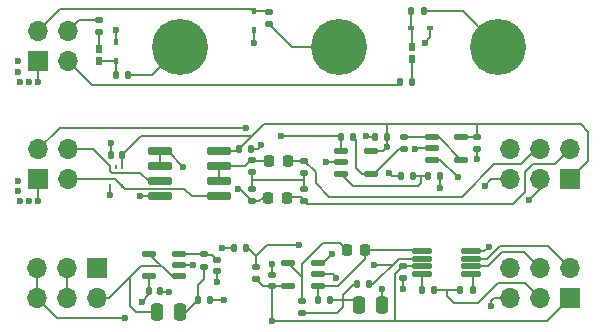
<source format=gbr>
%TF.GenerationSoftware,KiCad,Pcbnew,8.0.6*%
%TF.CreationDate,2024-11-24T15:25:33+01:00*%
%TF.ProjectId,EMG_amplifier,454d475f-616d-4706-9c69-666965722e6b,rev?*%
%TF.SameCoordinates,Original*%
%TF.FileFunction,Copper,L1,Top*%
%TF.FilePolarity,Positive*%
%FSLAX46Y46*%
G04 Gerber Fmt 4.6, Leading zero omitted, Abs format (unit mm)*
G04 Created by KiCad (PCBNEW 8.0.6) date 2024-11-24 15:25:33*
%MOMM*%
%LPD*%
G01*
G04 APERTURE LIST*
G04 Aperture macros list*
%AMRoundRect*
0 Rectangle with rounded corners*
0 $1 Rounding radius*
0 $2 $3 $4 $5 $6 $7 $8 $9 X,Y pos of 4 corners*
0 Add a 4 corners polygon primitive as box body*
4,1,4,$2,$3,$4,$5,$6,$7,$8,$9,$2,$3,0*
0 Add four circle primitives for the rounded corners*
1,1,$1+$1,$2,$3*
1,1,$1+$1,$4,$5*
1,1,$1+$1,$6,$7*
1,1,$1+$1,$8,$9*
0 Add four rect primitives between the rounded corners*
20,1,$1+$1,$2,$3,$4,$5,0*
20,1,$1+$1,$4,$5,$6,$7,0*
20,1,$1+$1,$6,$7,$8,$9,0*
20,1,$1+$1,$8,$9,$2,$3,0*%
G04 Aperture macros list end*
%TA.AperFunction,ComponentPad*%
%ADD10R,1.700000X1.700000*%
%TD*%
%TA.AperFunction,ComponentPad*%
%ADD11O,1.700000X1.700000*%
%TD*%
%TA.AperFunction,SMDPad,CuDef*%
%ADD12RoundRect,0.135000X0.185000X-0.135000X0.185000X0.135000X-0.185000X0.135000X-0.185000X-0.135000X0*%
%TD*%
%TA.AperFunction,SMDPad,CuDef*%
%ADD13RoundRect,0.135000X0.135000X0.185000X-0.135000X0.185000X-0.135000X-0.185000X0.135000X-0.185000X0*%
%TD*%
%TA.AperFunction,SMDPad,CuDef*%
%ADD14RoundRect,0.225000X-0.225000X-0.250000X0.225000X-0.250000X0.225000X0.250000X-0.225000X0.250000X0*%
%TD*%
%TA.AperFunction,SMDPad,CuDef*%
%ADD15R,0.355600X0.508000*%
%TD*%
%TA.AperFunction,SMDPad,CuDef*%
%ADD16RoundRect,0.140000X-0.140000X-0.170000X0.140000X-0.170000X0.140000X0.170000X-0.140000X0.170000X0*%
%TD*%
%TA.AperFunction,SMDPad,CuDef*%
%ADD17RoundRect,0.147500X0.457500X0.147500X-0.457500X0.147500X-0.457500X-0.147500X0.457500X-0.147500X0*%
%TD*%
%TA.AperFunction,SMDPad,CuDef*%
%ADD18RoundRect,0.135000X-0.135000X-0.185000X0.135000X-0.185000X0.135000X0.185000X-0.135000X0.185000X0*%
%TD*%
%TA.AperFunction,SMDPad,CuDef*%
%ADD19R,0.204000X0.353200*%
%TD*%
%TA.AperFunction,SMDPad,CuDef*%
%ADD20RoundRect,0.140000X0.170000X-0.140000X0.170000X0.140000X-0.170000X0.140000X-0.170000X-0.140000X0*%
%TD*%
%TA.AperFunction,SMDPad,CuDef*%
%ADD21RoundRect,0.140000X0.140000X0.170000X-0.140000X0.170000X-0.140000X-0.170000X0.140000X-0.170000X0*%
%TD*%
%TA.AperFunction,ComponentPad*%
%ADD22C,4.750000*%
%TD*%
%TA.AperFunction,SMDPad,CuDef*%
%ADD23RoundRect,0.140000X-0.170000X0.140000X-0.170000X-0.140000X0.170000X-0.140000X0.170000X0.140000X0*%
%TD*%
%TA.AperFunction,SMDPad,CuDef*%
%ADD24RoundRect,0.225000X0.225000X0.250000X-0.225000X0.250000X-0.225000X-0.250000X0.225000X-0.250000X0*%
%TD*%
%TA.AperFunction,SMDPad,CuDef*%
%ADD25RoundRect,0.125000X0.687500X0.125000X-0.687500X0.125000X-0.687500X-0.125000X0.687500X-0.125000X0*%
%TD*%
%TA.AperFunction,SMDPad,CuDef*%
%ADD26RoundRect,0.147500X-0.457500X-0.147500X0.457500X-0.147500X0.457500X0.147500X-0.457500X0.147500X0*%
%TD*%
%TA.AperFunction,SMDPad,CuDef*%
%ADD27RoundRect,0.135000X-0.185000X0.135000X-0.185000X-0.135000X0.185000X-0.135000X0.185000X0.135000X0*%
%TD*%
%TA.AperFunction,SMDPad,CuDef*%
%ADD28RoundRect,0.250000X0.250000X0.475000X-0.250000X0.475000X-0.250000X-0.475000X0.250000X-0.475000X0*%
%TD*%
%TA.AperFunction,SMDPad,CuDef*%
%ADD29RoundRect,0.075000X-0.910000X-0.225000X0.910000X-0.225000X0.910000X0.225000X-0.910000X0.225000X0*%
%TD*%
%TA.AperFunction,SMDPad,CuDef*%
%ADD30R,0.508000X0.355600*%
%TD*%
%TA.AperFunction,SMDPad,CuDef*%
%ADD31RoundRect,0.250000X-0.250000X-0.475000X0.250000X-0.475000X0.250000X0.475000X-0.250000X0.475000X0*%
%TD*%
%TA.AperFunction,SMDPad,CuDef*%
%ADD32R,0.558800X0.711200*%
%TD*%
%TA.AperFunction,ViaPad*%
%ADD33C,0.600000*%
%TD*%
%TA.AperFunction,Conductor*%
%ADD34C,0.200000*%
%TD*%
G04 APERTURE END LIST*
D10*
%TO.P,J4,1,Pin_1*%
%TO.N,/Filtering_Board/+V_DD*%
X59528000Y-27294600D03*
D11*
%TO.P,J4,2,Pin_2*%
%TO.N,/Filtering_Board/V_F1*%
X59528000Y-24754600D03*
%TO.P,J4,3,Pin_3*%
%TO.N,/Filtering_Board/V_CM*%
X56988000Y-27294600D03*
%TO.P,J4,4,Pin_4*%
%TO.N,/Filtering_Board/V_F2*%
X56988000Y-24754600D03*
%TO.P,J4,5,Pin_5*%
%TO.N,GND*%
X54448000Y-27294600D03*
%TO.P,J4,6,Pin_6*%
%TO.N,unconnected-(J4-Pin_6-Pad6)*%
X54448000Y-24754600D03*
%TD*%
D12*
%TO.P,R23,1*%
%TO.N,Net-(C10-Pad1)*%
X28544550Y-34665150D03*
%TO.P,R23,2*%
%TO.N,Net-(U1-IN+)*%
X28544550Y-33645150D03*
%TD*%
D10*
%TO.P,J7,1,Pin_1*%
%TO.N,unconnected-(J7-Pin_1-Pad1)*%
X19487400Y-34764800D03*
D11*
%TO.P,J7,2,Pin_2*%
%TO.N,/Processing_Board/V_EMG_OUT*%
X19487400Y-37304800D03*
%TO.P,J7,3,Pin_3*%
%TO.N,GND*%
X16947400Y-34764800D03*
%TO.P,J7,4,Pin_4*%
X16947400Y-37304800D03*
%TO.P,J7,5,Pin_5*%
%TO.N,+1V8*%
X14407400Y-34764800D03*
%TO.P,J7,6,Pin_6*%
X14407400Y-37304800D03*
%TD*%
D13*
%TO.P,R14,1*%
%TO.N,/Processing_Board/V_CM*%
X48000000Y-36620000D03*
%TO.P,R14,2*%
%TO.N,Net-(R14-Pad2)*%
X46980000Y-36620000D03*
%TD*%
D14*
%TO.P,C2,1*%
%TO.N,Net-(U8--INB)*%
X34085000Y-25690000D03*
%TO.P,C2,2*%
%TO.N,/Filtering_Board/V_F2*%
X35635000Y-25690000D03*
%TD*%
D15*
%TO.P,D3,1,CATHODE*%
%TO.N,/Electrode_Board/V_PR*%
X32770000Y-13070000D03*
%TO.P,D3,2,ANODE*%
%TO.N,GND*%
X32770000Y-14670200D03*
%TD*%
D16*
%TO.P,C12,1*%
%TO.N,GND*%
X20660000Y-25200000D03*
%TO.P,C12,2*%
%TO.N,/Filtering_Board/+V_DD*%
X21620000Y-25200000D03*
%TD*%
D15*
%TO.P,D2,1,CATHODE*%
%TO.N,Net-(D2-CATHODE)*%
X21100000Y-17250000D03*
%TO.P,D2,2,ANODE*%
%TO.N,GND*%
X21100000Y-15649800D03*
%TD*%
D17*
%TO.P,U3,1,OUT*%
%TO.N,Net-(U2-Ref)*%
X38190000Y-36280000D03*
%TO.P,U3,2,V-*%
%TO.N,GND*%
X38190000Y-35330000D03*
%TO.P,U3,3,IN+*%
%TO.N,Net-(U3-IN+)*%
X38190000Y-34380000D03*
%TO.P,U3,4,IN-*%
%TO.N,Net-(U3-IN-)*%
X35680000Y-34380000D03*
%TO.P,U3,5,V+*%
%TO.N,+1V8*%
X35680000Y-36280000D03*
%TD*%
D18*
%TO.P,R10,1*%
%TO.N,Net-(C4-Pad1)*%
X41530000Y-36140000D03*
%TO.P,R10,2*%
%TO.N,/Processing_Board/LPF_400Hz/V_EMG_INA*%
X42550000Y-36140000D03*
%TD*%
D19*
%TO.P,U7,1,VCC*%
%TO.N,/Filtering_Board/+V_DD*%
X21600000Y-26201398D03*
%TO.P,U7,2,NC*%
%TO.N,unconnected-(U7-NC-Pad2)*%
X21100001Y-26201398D03*
%TO.P,U7,3,IO1*%
%TO.N,/Filtering_Board/V_I1*%
X20600002Y-26201398D03*
%TO.P,U7,4,GND*%
%TO.N,GND*%
X20600002Y-27850000D03*
%TO.P,U7,5,IO2*%
%TO.N,/Filtering_Board/V_I2*%
X21600000Y-27850000D03*
%TD*%
D20*
%TO.P,C24,1*%
%TO.N,+1V8*%
X34330000Y-36300000D03*
%TO.P,C24,2*%
%TO.N,GND*%
X34330000Y-35340000D03*
%TD*%
D21*
%TO.P,C21,1*%
%TO.N,/Filtering_Board/+V_DD*%
X44020000Y-23660000D03*
%TO.P,C21,2*%
%TO.N,GND*%
X43060000Y-23660000D03*
%TD*%
D13*
%TO.P,R34,1*%
%TO.N,Net-(U3-IN+)*%
X32120000Y-33070000D03*
%TO.P,R34,2*%
%TO.N,GND*%
X31100000Y-33070000D03*
%TD*%
D12*
%TO.P,R9,1*%
%TO.N,Net-(R6-Pad2)*%
X37050000Y-26730000D03*
%TO.P,R9,2*%
%TO.N,/Filtering_Board/V_F2*%
X37050000Y-25710000D03*
%TD*%
D22*
%TO.P,E3,1,Pin_1*%
%TO.N,/Electrode_Board/V_E2*%
X26531600Y-16067200D03*
%TD*%
D13*
%TO.P,R3,1*%
%TO.N,Net-(L1-Pad2)*%
X46149900Y-19020000D03*
%TO.P,R3,2*%
%TO.N,/Electrode_Board/V_I1*%
X45129900Y-19020000D03*
%TD*%
%TO.P,R16,1*%
%TO.N,Net-(U6-IN-)*%
X41150000Y-23670000D03*
%TO.P,R16,2*%
%TO.N,/Filtering_Board/V_PR*%
X40130000Y-23670000D03*
%TD*%
D23*
%TO.P,C22,1*%
%TO.N,/Filtering_Board/+V_DD*%
X51690000Y-23730000D03*
%TO.P,C22,2*%
%TO.N,GND*%
X51690000Y-24690000D03*
%TD*%
D24*
%TO.P,C3,1*%
%TO.N,Net-(U2-Ref)*%
X42220000Y-33290000D03*
%TO.P,C3,2*%
%TO.N,Net-(U3-IN-)*%
X40670000Y-33290000D03*
%TD*%
D13*
%TO.P,R11,1*%
%TO.N,Net-(C4-Pad1)*%
X39240000Y-37540000D03*
%TO.P,R11,2*%
%TO.N,Net-(U2-Ref)*%
X38220000Y-37540000D03*
%TD*%
D25*
%TO.P,U2,1,Rg*%
%TO.N,Net-(R13-Pad2)*%
X51200000Y-35300000D03*
%TO.P,U2,2,-*%
%TO.N,/Processing_Board/V_F2*%
X51200000Y-34650000D03*
%TO.P,U2,3,+*%
%TO.N,/Processing_Board/V_F1*%
X51200000Y-34000000D03*
%TO.P,U2,4,V-*%
%TO.N,GND*%
X51200000Y-33350000D03*
%TO.P,U2,5,Ref*%
%TO.N,Net-(U2-Ref)*%
X46975000Y-33350000D03*
%TO.P,U2,6*%
%TO.N,/Processing_Board/LPF_400Hz/V_EMG_INA*%
X46975000Y-34000000D03*
%TO.P,U2,7,V+*%
%TO.N,+1V8*%
X46975000Y-34650000D03*
%TO.P,U2,8,Rg*%
%TO.N,Net-(R14-Pad2)*%
X46975000Y-35300000D03*
%TD*%
D26*
%TO.P,U5,1,OUT*%
%TO.N,Net-(U5-IN-)*%
X47830000Y-23710000D03*
%TO.P,U5,2,V-*%
%TO.N,GND*%
X47830000Y-24660000D03*
%TO.P,U5,3,IN+*%
%TO.N,/Filtering_Board/V_CM*%
X47830000Y-25610000D03*
%TO.P,U5,4,IN-*%
%TO.N,Net-(U5-IN-)*%
X50340000Y-25610000D03*
%TO.P,U5,5,V+*%
%TO.N,/Filtering_Board/+V_DD*%
X50340000Y-23710000D03*
%TD*%
%TO.P,U6,1,OUT*%
%TO.N,/Filtering_Board/V_PR*%
X40150000Y-24900000D03*
%TO.P,U6,2,V-*%
%TO.N,GND*%
X40150000Y-25850000D03*
%TO.P,U6,3,IN+*%
%TO.N,Net-(U6-IN+)*%
X40150000Y-26800000D03*
%TO.P,U6,4,IN-*%
%TO.N,Net-(U6-IN-)*%
X42660000Y-26800000D03*
%TO.P,U6,5,V+*%
%TO.N,/Filtering_Board/+V_DD*%
X42660000Y-24900000D03*
%TD*%
D27*
%TO.P,R15,1*%
%TO.N,Net-(U5-IN-)*%
X45500000Y-23690000D03*
%TO.P,R15,2*%
%TO.N,Net-(U6-IN-)*%
X45500000Y-24710000D03*
%TD*%
D28*
%TO.P,C10,1*%
%TO.N,Net-(C10-Pad1)*%
X26490000Y-38500000D03*
%TO.P,C10,2*%
%TO.N,/Processing_Board/V_EMG_OUT*%
X24590000Y-38500000D03*
%TD*%
D12*
%TO.P,R4,1*%
%TO.N,Net-(L2-Pad1)*%
X19650000Y-14800000D03*
%TO.P,R4,2*%
%TO.N,/Electrode_Board/V_I2*%
X19650000Y-13780000D03*
%TD*%
%TO.P,R8,1*%
%TO.N,/Filtering_Board/V_F1*%
X37050000Y-29110000D03*
%TO.P,R8,2*%
%TO.N,Net-(R6-Pad2)*%
X37050000Y-28090000D03*
%TD*%
D18*
%TO.P,R31,1*%
%TO.N,/Filtering_Board/+V_DD*%
X45270000Y-27030000D03*
%TO.P,R31,2*%
%TO.N,Net-(U6-IN+)*%
X46290000Y-27030000D03*
%TD*%
D16*
%TO.P,C23,1*%
%TO.N,+1V8*%
X23900000Y-36770000D03*
%TO.P,C23,2*%
%TO.N,GND*%
X24860000Y-36770000D03*
%TD*%
D12*
%TO.P,R6,1*%
%TO.N,Net-(U8--INA)*%
X32620000Y-29120000D03*
%TO.P,R6,2*%
%TO.N,Net-(R6-Pad2)*%
X32620000Y-28100000D03*
%TD*%
D18*
%TO.P,R32,1*%
%TO.N,Net-(U6-IN+)*%
X47550000Y-27030000D03*
%TO.P,R32,2*%
%TO.N,GND*%
X48570000Y-27030000D03*
%TD*%
D22*
%TO.P,E2,1,Pin_1*%
%TO.N,/Electrode_Board/V_ER*%
X40000400Y-16067200D03*
%TD*%
D21*
%TO.P,C20,1*%
%TO.N,GND*%
X32510000Y-24690000D03*
%TO.P,C20,2*%
%TO.N,/Filtering_Board/+V_DD*%
X31550000Y-24690000D03*
%TD*%
D29*
%TO.P,U8,1,OUTA*%
%TO.N,Net-(U8--INA)*%
X24860000Y-24920000D03*
%TO.P,U8,2,-INA*%
X24860000Y-26190000D03*
%TO.P,U8,3,+INA*%
%TO.N,/Filtering_Board/V_I1*%
X24860000Y-27460000D03*
%TO.P,U8,4,V-*%
%TO.N,GND*%
X24860000Y-28730000D03*
%TO.P,U8,5,+INB*%
%TO.N,/Filtering_Board/V_I2*%
X29800000Y-28730000D03*
%TO.P,U8,6,-INB*%
%TO.N,Net-(U8--INB)*%
X29800000Y-27460000D03*
%TO.P,U8,7,OUTB*%
X29800000Y-26190000D03*
%TO.P,U8,8,V+*%
%TO.N,/Filtering_Board/+V_DD*%
X29800000Y-24920000D03*
%TD*%
D17*
%TO.P,U1,1,OUT*%
%TO.N,/Processing_Board/V_EMG_OUT*%
X26425150Y-35495150D03*
%TO.P,U1,2,V-*%
%TO.N,GND*%
X26425150Y-34545150D03*
%TO.P,U1,3,IN+*%
%TO.N,Net-(U1-IN+)*%
X26425150Y-33595150D03*
%TO.P,U1,4,IN-*%
%TO.N,/Processing_Board/V_EMG_OUT*%
X23915150Y-33595150D03*
%TO.P,U1,5,V+*%
%TO.N,+1V8*%
X23915150Y-35495150D03*
%TD*%
D30*
%TO.P,D1,1,CATHODE*%
%TO.N,Net-(D1-CATHODE)*%
X46120000Y-14430000D03*
%TO.P,D1,2,ANODE*%
%TO.N,GND*%
X47720200Y-14430000D03*
%TD*%
D20*
%TO.P,C9,1*%
%TO.N,GND*%
X29694550Y-35070000D03*
%TO.P,C9,2*%
%TO.N,Net-(U1-IN+)*%
X29694550Y-34110000D03*
%TD*%
D31*
%TO.P,C4,1*%
%TO.N,Net-(C4-Pad1)*%
X41720000Y-37920000D03*
%TO.P,C4,2*%
%TO.N,GND*%
X43620000Y-37920000D03*
%TD*%
D23*
%TO.P,C25,1*%
%TO.N,+1V8*%
X45390000Y-34650000D03*
%TO.P,C25,2*%
%TO.N,GND*%
X45390000Y-35610000D03*
%TD*%
D32*
%TO.P,L2,1,1*%
%TO.N,Net-(L2-Pad1)*%
X19650000Y-16229300D03*
%TO.P,L2,2,2*%
%TO.N,Net-(D2-CATHODE)*%
X19650000Y-17270700D03*
%TD*%
D12*
%TO.P,R5,1*%
%TO.N,/Electrode_Board/V_ER*%
X34040000Y-14100000D03*
%TO.P,R5,2*%
%TO.N,/Electrode_Board/V_PR*%
X34040000Y-13080000D03*
%TD*%
D18*
%TO.P,R13,1*%
%TO.N,/Processing_Board/V_CM*%
X50270000Y-36610000D03*
%TO.P,R13,2*%
%TO.N,Net-(R13-Pad2)*%
X51290000Y-36610000D03*
%TD*%
D12*
%TO.P,R33,1*%
%TO.N,+1V8*%
X32950000Y-35710000D03*
%TO.P,R33,2*%
%TO.N,Net-(U3-IN+)*%
X32950000Y-34690000D03*
%TD*%
D22*
%TO.P,E1,1,Pin_1*%
%TO.N,/Electrode_Board/V_E1*%
X53469200Y-16067200D03*
%TD*%
D10*
%TO.P,J1,1,Pin_1*%
%TO.N,GND*%
X14498800Y-17255000D03*
D11*
%TO.P,J1,2,Pin_2*%
%TO.N,/Electrode_Board/V_I1*%
X17038800Y-17255000D03*
%TO.P,J1,3,Pin_3*%
%TO.N,/Electrode_Board/V_PR*%
X14498800Y-14715000D03*
%TO.P,J1,4,Pin_4*%
%TO.N,/Electrode_Board/V_I2*%
X17038800Y-14715000D03*
%TD*%
D13*
%TO.P,R22,1*%
%TO.N,/Processing_Board/LPF_400Hz/V_EMG_INA*%
X29080000Y-37510000D03*
%TO.P,R22,2*%
%TO.N,Net-(C10-Pad1)*%
X28060000Y-37510000D03*
%TD*%
D12*
%TO.P,R7,1*%
%TO.N,Net-(R6-Pad2)*%
X32640000Y-26670000D03*
%TO.P,R7,2*%
%TO.N,Net-(U8--INB)*%
X32640000Y-25650000D03*
%TD*%
D13*
%TO.P,R1,1*%
%TO.N,/Electrode_Board/V_E1*%
X47140000Y-13050000D03*
%TO.P,R1,2*%
%TO.N,Net-(D1-CATHODE)*%
X46120000Y-13050000D03*
%TD*%
D27*
%TO.P,R12,1*%
%TO.N,Net-(U3-IN-)*%
X36830000Y-37550000D03*
%TO.P,R12,2*%
%TO.N,Net-(C4-Pad1)*%
X36830000Y-38570000D03*
%TD*%
D13*
%TO.P,R2,1*%
%TO.N,/Electrode_Board/V_E2*%
X22120000Y-18450000D03*
%TO.P,R2,2*%
%TO.N,Net-(D2-CATHODE)*%
X21100000Y-18450000D03*
%TD*%
D14*
%TO.P,C1,1*%
%TO.N,Net-(U8--INA)*%
X34015000Y-28840000D03*
%TO.P,C1,2*%
%TO.N,/Filtering_Board/V_F1*%
X35565000Y-28840000D03*
%TD*%
D32*
%TO.P,L1,1,1*%
%TO.N,Net-(D1-CATHODE)*%
X46139900Y-16083650D03*
%TO.P,L1,2,2*%
%TO.N,Net-(L1-Pad2)*%
X46139900Y-17125050D03*
%TD*%
D10*
%TO.P,J3,1,Pin_1*%
%TO.N,+1V8*%
X59528000Y-37309400D03*
D11*
%TO.P,J3,2,Pin_2*%
%TO.N,/Processing_Board/V_F1*%
X59528000Y-34769400D03*
%TO.P,J3,3,Pin_3*%
%TO.N,/Processing_Board/V_CM*%
X56988000Y-37309400D03*
%TO.P,J3,4,Pin_4*%
%TO.N,/Processing_Board/V_F2*%
X56988000Y-34769400D03*
%TO.P,J3,5,Pin_5*%
%TO.N,GND*%
X54448000Y-37309400D03*
%TO.P,J3,6,Pin_6*%
%TO.N,unconnected-(J3-Pin_6-Pad6)*%
X54448000Y-34769400D03*
%TD*%
D10*
%TO.P,J2,1,Pin_1*%
%TO.N,GND*%
X14498800Y-27294600D03*
D11*
%TO.P,J2,2,Pin_2*%
%TO.N,/Filtering_Board/V_I2*%
X17038800Y-27294600D03*
%TO.P,J2,3,Pin_3*%
%TO.N,/Filtering_Board/V_PR*%
X14498800Y-24754600D03*
%TO.P,J2,4,Pin_4*%
%TO.N,/Filtering_Board/V_I1*%
X17038800Y-24754600D03*
%TD*%
D33*
%TO.N,GND*%
X32750000Y-15780000D03*
X21100000Y-14640000D03*
X33420000Y-24360000D03*
X27664550Y-34545150D03*
X12800000Y-28250000D03*
X14498800Y-19050000D03*
X46440000Y-24690000D03*
X12800000Y-17300000D03*
X12800000Y-27400000D03*
X38860000Y-25850000D03*
X52650000Y-33000000D03*
X12950000Y-29100000D03*
X52344800Y-27875000D03*
X45390000Y-36560000D03*
X51690000Y-25550000D03*
X42270000Y-23630000D03*
X25600000Y-36800000D03*
X43620000Y-36530000D03*
X20600000Y-28650000D03*
X52840000Y-38040000D03*
X30110000Y-33090000D03*
X13750000Y-19050000D03*
X48560000Y-27990000D03*
X47290000Y-15700000D03*
X13750000Y-29100000D03*
X14513600Y-29109000D03*
X39750735Y-35610735D03*
X12800000Y-18200000D03*
X20660000Y-24220000D03*
X34330000Y-34460000D03*
X12950000Y-19050000D03*
X29694550Y-35960000D03*
X23100000Y-28710000D03*
%TO.N,/Filtering_Board/V_PR*%
X32070000Y-22935000D03*
X35040000Y-23630000D03*
%TO.N,/Processing_Board/LPF_400Hz/V_EMG_INA*%
X42980000Y-34570000D03*
X30280000Y-37510000D03*
%TO.N,Net-(U3-IN+)*%
X39380000Y-33600000D03*
X36600000Y-32840600D03*
%TO.N,+1V8*%
X34340000Y-39236600D03*
X23270000Y-37640000D03*
X21900000Y-39020000D03*
%TO.N,Net-(U8--INA)*%
X26790000Y-26240000D03*
X31410000Y-28100000D03*
%TO.N,/Filtering_Board/V_CM*%
X56080000Y-29020000D03*
X50060000Y-27120000D03*
%TO.N,/Filtering_Board/+V_DD*%
X44185000Y-26735000D03*
X44040000Y-24580000D03*
%TD*%
D34*
%TO.N,GND*%
X20600000Y-28650000D02*
X20600000Y-28150000D01*
X53095800Y-37309400D02*
X54448000Y-37309400D01*
X52344800Y-27875000D02*
X52344800Y-27824200D01*
X16947400Y-34887000D02*
X17003800Y-34830600D01*
X47830000Y-24660000D02*
X46470000Y-24660000D01*
X40150000Y-25850000D02*
X38860000Y-25850000D01*
X33090000Y-24690000D02*
X32510000Y-24690000D01*
X52840000Y-38040000D02*
X52840000Y-37565200D01*
X33420000Y-24360000D02*
X33090000Y-24690000D01*
X42270000Y-23630000D02*
X42300000Y-23660000D01*
X45390000Y-36560000D02*
X45390000Y-35610000D01*
X48560000Y-27240000D02*
X48560000Y-27990000D01*
X52874400Y-27294600D02*
X54448000Y-27294600D01*
X24610000Y-36780000D02*
X25580000Y-36780000D01*
X26425150Y-34545150D02*
X27664550Y-34545150D01*
X52344800Y-27824200D02*
X52874400Y-27294600D01*
X29694550Y-35960000D02*
X29694550Y-35070000D01*
X14513600Y-27309400D02*
X14498800Y-27294600D01*
X31100000Y-33070000D02*
X30130000Y-33070000D01*
X14498800Y-19050000D02*
X14498800Y-17255000D01*
X16947400Y-37304800D02*
X16947400Y-34764800D01*
X47290000Y-15700000D02*
X47720200Y-15269800D01*
X51200000Y-33350000D02*
X52300000Y-33350000D01*
X52300000Y-33350000D02*
X52650000Y-33000000D01*
X25580000Y-36780000D02*
X25600000Y-36800000D01*
X14513600Y-29109000D02*
X14513600Y-27309400D01*
X21100000Y-15649800D02*
X21100000Y-14640000D01*
X46470000Y-24660000D02*
X46440000Y-24690000D01*
X16937200Y-37315000D02*
X16947400Y-37304800D01*
X20600000Y-28150000D02*
X20600002Y-28149998D01*
X34330000Y-34460000D02*
X34330000Y-35340000D01*
X52840000Y-37565200D02*
X53095800Y-37309400D01*
X20600002Y-28149998D02*
X20600002Y-27850000D01*
X39470000Y-35330000D02*
X38190000Y-35330000D01*
X20660000Y-24220000D02*
X20660000Y-25200000D01*
X42300000Y-23660000D02*
X43060000Y-23660000D01*
X43620000Y-36530000D02*
X43620000Y-37920000D01*
X51690000Y-25550000D02*
X51690000Y-24690000D01*
X30130000Y-33070000D02*
X30110000Y-33090000D01*
X24840000Y-28710000D02*
X24860000Y-28730000D01*
X23100000Y-28710000D02*
X24840000Y-28710000D01*
X32750000Y-15780000D02*
X32750000Y-14690200D01*
X39750735Y-35610735D02*
X39470000Y-35330000D01*
X32750000Y-14690200D02*
X32770000Y-14670200D01*
X47720200Y-15269800D02*
X47720200Y-14430000D01*
%TO.N,Net-(U1-IN+)*%
X29694550Y-34110000D02*
X29249700Y-33665150D01*
X29249700Y-33665150D02*
X28564550Y-33665150D01*
X28494550Y-33595150D02*
X26425150Y-33595150D01*
X28544550Y-33645150D02*
X28494550Y-33595150D01*
%TO.N,Net-(U3-IN-)*%
X38620000Y-32700000D02*
X40080000Y-32700000D01*
X36830000Y-35530000D02*
X35680000Y-34380000D01*
X40080000Y-32700000D02*
X40670000Y-33290000D01*
X36830000Y-34490000D02*
X38620000Y-32700000D01*
X36830000Y-35530000D02*
X36830000Y-34490000D01*
X36830000Y-37550000D02*
X36830000Y-35530000D01*
%TO.N,Net-(U2-Ref)*%
X38220000Y-36310000D02*
X38220000Y-37540000D01*
X42220000Y-33290000D02*
X42220000Y-33990000D01*
X47275000Y-33290000D02*
X47335000Y-33350000D01*
X42220000Y-33990000D02*
X39930000Y-36280000D01*
X42220000Y-33290000D02*
X46915000Y-33290000D01*
X39930000Y-36280000D02*
X38190000Y-36280000D01*
X46915000Y-33290000D02*
X46975000Y-33350000D01*
X38190000Y-36280000D02*
X38220000Y-36310000D01*
%TO.N,Net-(C4-Pad1)*%
X39830000Y-38570000D02*
X40320000Y-38080000D01*
X36830000Y-38570000D02*
X39830000Y-38570000D01*
X40320000Y-37040000D02*
X41220000Y-36140000D01*
X41340000Y-37540000D02*
X41720000Y-37920000D01*
X39240000Y-37540000D02*
X41340000Y-37540000D01*
X41220000Y-36140000D02*
X41530000Y-36140000D01*
X40320000Y-38080000D02*
X40320000Y-37040000D01*
%TO.N,Net-(L1-Pad2)*%
X46139900Y-17125050D02*
X46139900Y-19010000D01*
X46139900Y-19010000D02*
X46149900Y-19020000D01*
%TO.N,Net-(L2-Pad1)*%
X19650000Y-16229300D02*
X19650000Y-14800000D01*
%TO.N,/Electrode_Board/V_E1*%
X50452000Y-13050000D02*
X47140000Y-13050000D01*
X47140000Y-13050000D02*
X47130000Y-13060000D01*
X53469200Y-16067200D02*
X50452000Y-13050000D01*
%TO.N,/Electrode_Board/V_ER*%
X40000400Y-16067200D02*
X36007200Y-16067200D01*
X36007200Y-16067200D02*
X34040000Y-14100000D01*
X40251200Y-16318000D02*
X40000400Y-16067200D01*
%TO.N,Net-(R6-Pad2)*%
X37050000Y-28090000D02*
X37050000Y-26730000D01*
X32630000Y-27980000D02*
X32630000Y-26680000D01*
X32630000Y-27370000D02*
X37040000Y-27370000D01*
X32630000Y-26680000D02*
X32640000Y-26670000D01*
%TO.N,Net-(R13-Pad2)*%
X51290000Y-35390000D02*
X51290000Y-36610000D01*
X51200000Y-35300000D02*
X51290000Y-35390000D01*
X51560000Y-35300000D02*
X51650000Y-35390000D01*
%TO.N,Net-(U5-IN-)*%
X48440000Y-23710000D02*
X50340000Y-25610000D01*
X47830000Y-23710000D02*
X48440000Y-23710000D01*
X45520000Y-23710000D02*
X47830000Y-23710000D01*
X45500000Y-23690000D02*
X45520000Y-23710000D01*
%TO.N,Net-(U6-IN-)*%
X41430000Y-23950000D02*
X41150000Y-23670000D01*
X42990000Y-26800000D02*
X45080000Y-24710000D01*
X41430000Y-26300000D02*
X41430000Y-23950000D01*
X45500000Y-24710000D02*
X45400000Y-24710000D01*
X41930000Y-26800000D02*
X41430000Y-26300000D01*
X42660000Y-26800000D02*
X42990000Y-26800000D01*
X42660000Y-26800000D02*
X41930000Y-26800000D01*
X45080000Y-24710000D02*
X45500000Y-24710000D01*
%TO.N,/Filtering_Board/V_F1*%
X54689200Y-29350800D02*
X55723000Y-28317000D01*
X37290800Y-29350800D02*
X54689200Y-29350800D01*
X55723000Y-28317000D02*
X55723000Y-26662700D01*
X36730000Y-28790000D02*
X37050000Y-29110000D01*
X55723000Y-26662700D02*
X56406900Y-25978800D01*
X35470000Y-28790000D02*
X36730000Y-28790000D01*
X58303800Y-25978800D02*
X59528000Y-24754600D01*
X56406900Y-25978800D02*
X58303800Y-25978800D01*
X37050000Y-29110000D02*
X37290800Y-29350800D01*
%TO.N,/Filtering_Board/V_F2*%
X37030000Y-25690000D02*
X37050000Y-25710000D01*
X37050000Y-25710000D02*
X38000000Y-26660000D01*
X50370000Y-28740000D02*
X53114600Y-25995400D01*
X35570000Y-25600000D02*
X35670000Y-25500000D01*
X38000000Y-26660000D02*
X38000000Y-27570000D01*
X55414600Y-25995400D02*
X56655400Y-24754600D01*
X38000000Y-27570000D02*
X39170000Y-28740000D01*
X39170000Y-28740000D02*
X50370000Y-28740000D01*
X53114600Y-25995400D02*
X55414600Y-25995400D01*
X56655400Y-24754600D02*
X56988000Y-24754600D01*
X35635000Y-25690000D02*
X37030000Y-25690000D01*
%TO.N,/Processing_Board/V_EMG_OUT*%
X25815150Y-35495150D02*
X23915150Y-33595150D01*
X22310000Y-35540000D02*
X22310000Y-38020000D01*
X19487400Y-37319800D02*
X19502400Y-37304800D01*
X26425150Y-35495150D02*
X25815150Y-35495150D01*
X23260000Y-34590000D02*
X21615000Y-36235000D01*
X21615000Y-36235000D02*
X20545200Y-37304800D01*
X22310000Y-38020000D02*
X22790000Y-38500000D01*
X22320000Y-35530000D02*
X22310000Y-35540000D01*
X24900000Y-34580000D02*
X24890000Y-34590000D01*
X22790000Y-38500000D02*
X24590000Y-38500000D01*
X20545200Y-37304800D02*
X19487400Y-37304800D01*
X24890000Y-34590000D02*
X23260000Y-34590000D01*
%TO.N,Net-(C10-Pad1)*%
X28544550Y-35725450D02*
X28544550Y-34665150D01*
X28060000Y-37510000D02*
X28060000Y-36210000D01*
X26490000Y-38500000D02*
X27070000Y-38500000D01*
X27070000Y-38500000D02*
X28060000Y-37510000D01*
X28060000Y-36210000D02*
X28544550Y-35725450D01*
%TO.N,/Electrode_Board/V_PR*%
X32770000Y-13070000D02*
X32550000Y-12850000D01*
X34040000Y-13070000D02*
X34060000Y-13050000D01*
X32770000Y-13070000D02*
X34040000Y-13070000D01*
X32550000Y-12850000D02*
X16363800Y-12850000D01*
X16363800Y-12850000D02*
X14498800Y-14715000D01*
%TO.N,/Electrode_Board/V_I2*%
X19650000Y-13780000D02*
X17973800Y-13780000D01*
X17038800Y-14715000D02*
X17038800Y-14794000D01*
X17973800Y-13780000D02*
X17038800Y-14715000D01*
%TO.N,/Electrode_Board/V_I1*%
X19084800Y-19289800D02*
X17050000Y-17255000D01*
X45129900Y-19020000D02*
X44860100Y-19289800D01*
X44860100Y-19289800D02*
X19084800Y-19289800D01*
%TO.N,/Filtering_Board/V_PR*%
X40150000Y-23690000D02*
X40150000Y-24900000D01*
X16323400Y-22930000D02*
X14498800Y-24754600D01*
X40090000Y-23630000D02*
X40150000Y-23690000D01*
X32070000Y-22935000D02*
X32065000Y-22930000D01*
X35040000Y-23630000D02*
X40090000Y-23630000D01*
X32065000Y-22930000D02*
X16323400Y-22930000D01*
%TO.N,/Filtering_Board/V_I1*%
X20740003Y-26720000D02*
X23135001Y-26720000D01*
X17038800Y-24754600D02*
X18194600Y-24754600D01*
X18194600Y-24754600D02*
X18199200Y-24750000D01*
X20600002Y-26579999D02*
X20740003Y-26720000D01*
X18199200Y-24750000D02*
X19160000Y-24750000D01*
X20600002Y-26190002D02*
X20600002Y-26201398D01*
X20600002Y-26201398D02*
X20600002Y-26579999D01*
X23135001Y-26720000D02*
X23875001Y-27460000D01*
X19160000Y-24750000D02*
X20600002Y-26190002D01*
X23875001Y-27460000D02*
X24860000Y-27460000D01*
%TO.N,/Filtering_Board/V_I2*%
X17038800Y-27294600D02*
X21044600Y-27294600D01*
X26880000Y-28100000D02*
X27510000Y-28730000D01*
X27510000Y-28730000D02*
X29800000Y-28730000D01*
X21600000Y-27850000D02*
X21850000Y-28100000D01*
X21850000Y-28100000D02*
X26880000Y-28100000D01*
X21044600Y-27294600D02*
X21600000Y-27850000D01*
%TO.N,/Electrode_Board/V_E2*%
X25469200Y-16067200D02*
X25585600Y-15950800D01*
X26531600Y-16067200D02*
X24148800Y-18450000D01*
X24148800Y-18450000D02*
X22120000Y-18450000D01*
%TO.N,/Processing_Board/LPF_400Hz/V_EMG_INA*%
X42540000Y-36140000D02*
X42550000Y-36140000D01*
X30280000Y-37510000D02*
X29080000Y-37510000D01*
X42550000Y-36140000D02*
X42900000Y-36140000D01*
X42980000Y-34570000D02*
X44420000Y-34570000D01*
X42900000Y-36140000D02*
X45040000Y-34000000D01*
X45040000Y-34000000D02*
X46975000Y-34000000D01*
X44420000Y-34570000D02*
X44445000Y-34595000D01*
%TO.N,Net-(R14-Pad2)*%
X46975000Y-35300000D02*
X46975000Y-36615000D01*
%TO.N,/Processing_Board/V_CM*%
X57008800Y-37294400D02*
X55754400Y-36040000D01*
X49090000Y-37130000D02*
X49090000Y-36620000D01*
X55754400Y-36040000D02*
X53470000Y-36040000D01*
X48000000Y-36620000D02*
X50260000Y-36620000D01*
X49680000Y-37720000D02*
X49090000Y-37130000D01*
X53470000Y-36040000D02*
X51790000Y-37720000D01*
X51790000Y-37720000D02*
X49680000Y-37720000D01*
%TO.N,Net-(U3-IN+)*%
X38600000Y-34380000D02*
X38190000Y-34380000D01*
X39380000Y-33600000D02*
X38600000Y-34380000D01*
X32950000Y-33770000D02*
X32950000Y-33760000D01*
X33869400Y-32840600D02*
X36600000Y-32840600D01*
X32250000Y-33070000D02*
X32120000Y-33070000D01*
X32950000Y-34690000D02*
X32820000Y-34690000D01*
X36600000Y-32840600D02*
X36599400Y-32840000D01*
X32950000Y-34690000D02*
X32950000Y-33770000D01*
X32950000Y-33770000D02*
X32250000Y-33070000D01*
X32950000Y-33760000D02*
X33869400Y-32840600D01*
%TO.N,Net-(U6-IN+)*%
X46910000Y-27590000D02*
X46640000Y-27860000D01*
X46910000Y-27030000D02*
X46910000Y-27590000D01*
X46290000Y-27030000D02*
X47550000Y-27030000D01*
X46640000Y-27860000D02*
X41210000Y-27860000D01*
X41210000Y-27860000D02*
X40150000Y-26800000D01*
%TO.N,+1V8*%
X34340000Y-39236600D02*
X44920000Y-39236600D01*
X44710000Y-35330000D02*
X45390000Y-34650000D01*
X16122600Y-39020000D02*
X21900000Y-39020000D01*
X23915150Y-36754850D02*
X23915150Y-35495150D01*
X34340000Y-39236600D02*
X34340000Y-36290000D01*
X34350000Y-36280000D02*
X35680000Y-36280000D01*
X45390000Y-34650000D02*
X46975000Y-34650000D01*
X44710000Y-39236600D02*
X44710000Y-35330000D01*
X14407400Y-37304800D02*
X14407400Y-34764800D01*
X57600800Y-39236600D02*
X59528000Y-37309400D01*
X33540000Y-36300000D02*
X32950000Y-35710000D01*
X23900000Y-37010000D02*
X23900000Y-36770000D01*
X14407400Y-37304800D02*
X16122600Y-39020000D01*
X34330000Y-36300000D02*
X33540000Y-36300000D01*
X23730000Y-36940000D02*
X23915150Y-36754850D01*
X23270000Y-37640000D02*
X23900000Y-37010000D01*
X44920000Y-39236600D02*
X57600800Y-39236600D01*
%TO.N,Net-(U8--INA)*%
X24860000Y-24920000D02*
X24860000Y-26190000D01*
X25470000Y-24920000D02*
X24860000Y-24920000D01*
X31600000Y-28100000D02*
X32620000Y-29120000D01*
X32620000Y-29120000D02*
X33250000Y-29120000D01*
X33530000Y-28840000D02*
X34015000Y-28840000D01*
X26790000Y-26240000D02*
X25470000Y-24920000D01*
X31410000Y-28100000D02*
X31600000Y-28100000D01*
X33250000Y-29120000D02*
X33530000Y-28840000D01*
%TO.N,Net-(U8--INB)*%
X32640000Y-25650000D02*
X32680000Y-25690000D01*
X32680000Y-25690000D02*
X34085000Y-25690000D01*
X34290000Y-25670000D02*
X34270000Y-25650000D01*
X29800000Y-26190000D02*
X29800000Y-27389314D01*
X32550000Y-25650000D02*
X32010000Y-26190000D01*
X32010000Y-26190000D02*
X29800000Y-26190000D01*
X29800000Y-27389314D02*
X29835343Y-27424657D01*
X32640000Y-25650000D02*
X32550000Y-25650000D01*
%TO.N,/Filtering_Board/V_CM*%
X48550000Y-25610000D02*
X47830000Y-25610000D01*
X50060000Y-27120000D02*
X48550000Y-25610000D01*
X56080000Y-29020000D02*
X56988000Y-28112000D01*
X56988000Y-28112000D02*
X56988000Y-27249400D01*
%TO.N,/Processing_Board/V_F1*%
X59548800Y-34769400D02*
X59528000Y-34769400D01*
X53595800Y-32904200D02*
X57662800Y-32904200D01*
X57662800Y-32904200D02*
X59528000Y-34769400D01*
X52500000Y-34000000D02*
X53595800Y-32904200D01*
X51200000Y-34000000D02*
X52500000Y-34000000D01*
%TO.N,/Processing_Board/V_F2*%
X52620000Y-34650000D02*
X51200000Y-34650000D01*
X55681600Y-33463000D02*
X53807000Y-33463000D01*
X53807000Y-33463000D02*
X52620000Y-34650000D01*
X56988000Y-34769400D02*
X55681600Y-33463000D01*
%TO.N,/Filtering_Board/+V_DD*%
X44030000Y-22630000D02*
X43313000Y-22630000D01*
X61071800Y-23256600D02*
X60445200Y-22630000D01*
X50340000Y-23710000D02*
X50350000Y-23700000D01*
X44480000Y-27030000D02*
X45270000Y-27030000D01*
X59528000Y-27249400D02*
X59528000Y-27294600D01*
X44040000Y-24580000D02*
X44020000Y-24560000D01*
X31550000Y-24690000D02*
X31320000Y-24920000D01*
X50340000Y-23710000D02*
X51670000Y-23710000D01*
X44020000Y-24560000D02*
X44020000Y-23660000D01*
X23200000Y-23620000D02*
X21620000Y-25200000D01*
X44020000Y-23660000D02*
X44030000Y-23650000D01*
X32610000Y-23620000D02*
X23200000Y-23620000D01*
X44040000Y-23520000D02*
X43990000Y-23470000D01*
X59528000Y-27294600D02*
X61071800Y-25750800D01*
X51690000Y-22640000D02*
X51680000Y-22630000D01*
X32615000Y-23625000D02*
X32610000Y-23620000D01*
X33623000Y-22617000D02*
X31550000Y-24690000D01*
X43720000Y-24900000D02*
X42660000Y-24900000D01*
X60445200Y-22630000D02*
X44030000Y-22630000D01*
X43313000Y-22630000D02*
X43300000Y-22617000D01*
X21620000Y-26181398D02*
X21600000Y-26201398D01*
X43300000Y-22617000D02*
X33623000Y-22617000D01*
X51690000Y-23730000D02*
X51690000Y-22640000D01*
X44185000Y-26735000D02*
X44480000Y-27030000D01*
X61071800Y-25750800D02*
X61071800Y-23256600D01*
X44030000Y-23650000D02*
X44030000Y-22630000D01*
X31320000Y-24920000D02*
X29800000Y-24920000D01*
X43300000Y-22617000D02*
X43310000Y-22627000D01*
X21620000Y-25200000D02*
X21620000Y-26181398D01*
X44040000Y-24580000D02*
X43720000Y-24900000D01*
%TO.N,Net-(D1-CATHODE)*%
X46139900Y-14449900D02*
X46120000Y-14430000D01*
X46139900Y-16083650D02*
X46139900Y-14449900D01*
X46120000Y-14430000D02*
X46120000Y-13050000D01*
X46139900Y-14469900D02*
X46110000Y-14440000D01*
X46139900Y-16083450D02*
X46139800Y-16083550D01*
%TO.N,Net-(D2-CATHODE)*%
X19658600Y-17250000D02*
X19650000Y-17241400D01*
X21100000Y-18450000D02*
X21100000Y-17250000D01*
X21100000Y-17250000D02*
X19658600Y-17250000D01*
%TD*%
M02*

</source>
